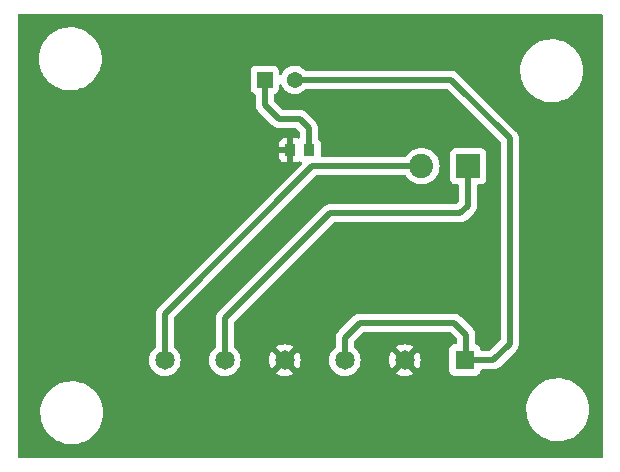
<source format=gbr>
%TF.GenerationSoftware,KiCad,Pcbnew,(6.0.9)*%
%TF.CreationDate,2022-12-05T21:09:52-07:00*%
%TF.ProjectId,Rotisserie-Chicken,526f7469-7373-4657-9269-652d43686963,rev?*%
%TF.SameCoordinates,Original*%
%TF.FileFunction,Copper,L1,Top*%
%TF.FilePolarity,Positive*%
%FSLAX46Y46*%
G04 Gerber Fmt 4.6, Leading zero omitted, Abs format (unit mm)*
G04 Created by KiCad (PCBNEW (6.0.9)) date 2022-12-05 21:09:52*
%MOMM*%
%LPD*%
G01*
G04 APERTURE LIST*
%TA.AperFunction,ComponentPad*%
%ADD10R,1.371600X1.371600*%
%TD*%
%TA.AperFunction,ComponentPad*%
%ADD11C,1.371600*%
%TD*%
%TA.AperFunction,SMDPad,CuDef*%
%ADD12R,0.940000X1.020000*%
%TD*%
%TA.AperFunction,ComponentPad*%
%ADD13R,2.050000X2.050000*%
%TD*%
%TA.AperFunction,ComponentPad*%
%ADD14C,2.050000*%
%TD*%
%TA.AperFunction,ComponentPad*%
%ADD15R,1.650000X1.650000*%
%TD*%
%TA.AperFunction,ComponentPad*%
%ADD16C,1.650000*%
%TD*%
%TA.AperFunction,ViaPad*%
%ADD17C,0.800000*%
%TD*%
%TA.AperFunction,Conductor*%
%ADD18C,0.508000*%
%TD*%
G04 APERTURE END LIST*
D10*
%TO.P,D1,1,1*%
%TO.N,Net-(D1-Pad1)*%
X97871000Y-69596000D03*
D11*
%TO.P,D1,2,2*%
%TO.N,12V*%
X100411000Y-69596000D03*
%TD*%
D12*
%TO.P,R1,1*%
%TO.N,Earth*%
X100048000Y-75565000D03*
%TO.P,R1,2*%
%TO.N,Net-(D1-Pad1)*%
X101628000Y-75565000D03*
%TD*%
D13*
%TO.P,P2,1,1*%
%TO.N,Motor+*%
X115103500Y-76907500D03*
D14*
%TO.P,P2,2,2*%
%TO.N,Motor-*%
X111143500Y-76907500D03*
%TD*%
D15*
%TO.P,P1,1,5*%
%TO.N,12V*%
X114808000Y-93336500D03*
D16*
%TO.P,P1,2,6*%
%TO.N,Earth*%
X109728000Y-93336500D03*
%TO.P,P1,3,5*%
%TO.N,12V*%
X104648000Y-93336500D03*
%TO.P,P1,4,6*%
%TO.N,Earth*%
X99568000Y-93336500D03*
%TO.P,P1,5,5*%
%TO.N,Motor+*%
X94488000Y-93336500D03*
%TO.P,P1,6,6*%
%TO.N,Motor-*%
X89408000Y-93336500D03*
%TD*%
D17*
%TO.N,Earth*%
X97409000Y-75565000D03*
%TD*%
D18*
%TO.N,Earth*%
X100048000Y-75565000D02*
X97409000Y-75565000D01*
%TO.N,Net-(D1-Pad1)*%
X100838000Y-72898000D02*
X101600000Y-73660000D01*
X97871000Y-71709000D02*
X99060000Y-72898000D01*
X101600000Y-73660000D02*
X101600000Y-75438000D01*
X97871000Y-69596000D02*
X97871000Y-71709000D01*
X99060000Y-72898000D02*
X100838000Y-72898000D01*
%TO.N,12V*%
X118618000Y-91948000D02*
X117221000Y-93345000D01*
X117221000Y-93345000D02*
X114554000Y-93345000D01*
X113665000Y-69596000D02*
X118618000Y-74549000D01*
X100411000Y-69596000D02*
X113665000Y-69596000D01*
X118618000Y-74549000D02*
X118618000Y-91948000D01*
%TO.N,Motor+*%
X114427000Y-80899000D02*
X115062000Y-80264000D01*
X94488000Y-89789000D02*
X103378000Y-80899000D01*
X103378000Y-80899000D02*
X114427000Y-80899000D01*
X115062000Y-80264000D02*
X115062000Y-77216000D01*
X94488000Y-93336500D02*
X94488000Y-89789000D01*
%TO.N,Motor-*%
X101908500Y-76907500D02*
X89408000Y-89408000D01*
X111143500Y-76907500D02*
X101908500Y-76907500D01*
X89408000Y-89408000D02*
X89408000Y-93472000D01*
%TO.N,12V*%
X104648000Y-91440000D02*
X105918000Y-90170000D01*
X114935000Y-91186000D02*
X114935000Y-93345000D01*
X113919000Y-90170000D02*
X114935000Y-91186000D01*
X104648000Y-93336500D02*
X104648000Y-91440000D01*
X105918000Y-90170000D02*
X113919000Y-90170000D01*
%TD*%
%TA.AperFunction,Conductor*%
%TO.N,Earth*%
G36*
X126433621Y-64028502D02*
G01*
X126480114Y-64082158D01*
X126491500Y-64134500D01*
X126491500Y-101473500D01*
X126471498Y-101541621D01*
X126417842Y-101588114D01*
X126365500Y-101599500D01*
X77088500Y-101599500D01*
X77020379Y-101579498D01*
X76973886Y-101525842D01*
X76962500Y-101473500D01*
X76962500Y-97836485D01*
X78870854Y-97836485D01*
X78871156Y-97840320D01*
X78894652Y-98138861D01*
X78896370Y-98160695D01*
X78961206Y-98479378D01*
X79064398Y-98787784D01*
X79204405Y-99081316D01*
X79206467Y-99084553D01*
X79206470Y-99084558D01*
X79217325Y-99101597D01*
X79379141Y-99355597D01*
X79381584Y-99358560D01*
X79381585Y-99358562D01*
X79558973Y-99573750D01*
X79586001Y-99606538D01*
X79821902Y-99830399D01*
X80083326Y-100023843D01*
X80139223Y-100055468D01*
X80363019Y-100182086D01*
X80363023Y-100182088D01*
X80366376Y-100183985D01*
X80369937Y-100185460D01*
X80369939Y-100185461D01*
X80391761Y-100194500D01*
X80666832Y-100308438D01*
X80770288Y-100337129D01*
X80976500Y-100394317D01*
X80976508Y-100394319D01*
X80980216Y-100395347D01*
X81301856Y-100443416D01*
X81305154Y-100443560D01*
X81416918Y-100448440D01*
X81416922Y-100448440D01*
X81418294Y-100448500D01*
X81616598Y-100448500D01*
X81858605Y-100433698D01*
X81862388Y-100432997D01*
X81862395Y-100432996D01*
X82062459Y-100395916D01*
X82178372Y-100374433D01*
X82387682Y-100308438D01*
X82484860Y-100277798D01*
X82484863Y-100277797D01*
X82488532Y-100276640D01*
X82492029Y-100275046D01*
X82492035Y-100275044D01*
X82780954Y-100143376D01*
X82780958Y-100143374D01*
X82784462Y-100141777D01*
X82818147Y-100121135D01*
X83058473Y-99973863D01*
X83058476Y-99973861D01*
X83061751Y-99971854D01*
X83064755Y-99969464D01*
X83064760Y-99969461D01*
X83189008Y-99870629D01*
X83316264Y-99769405D01*
X83318958Y-99766664D01*
X83318962Y-99766660D01*
X83541513Y-99540190D01*
X83541517Y-99540185D01*
X83544208Y-99537447D01*
X83742185Y-99279439D01*
X83907242Y-98999227D01*
X84036920Y-98700988D01*
X84129285Y-98389169D01*
X84182961Y-98068417D01*
X84197146Y-97743515D01*
X84184473Y-97582485D01*
X120018854Y-97582485D01*
X120019156Y-97586320D01*
X120038542Y-97832638D01*
X120044370Y-97906695D01*
X120109206Y-98225378D01*
X120212398Y-98533784D01*
X120352405Y-98827316D01*
X120527141Y-99101597D01*
X120529584Y-99104560D01*
X120529585Y-99104562D01*
X120679308Y-99286190D01*
X120734001Y-99352538D01*
X120969902Y-99576399D01*
X121231326Y-99769843D01*
X121372851Y-99849914D01*
X121511019Y-99928086D01*
X121511023Y-99928088D01*
X121514376Y-99929985D01*
X121814832Y-100054438D01*
X121918288Y-100083129D01*
X122124500Y-100140317D01*
X122124508Y-100140319D01*
X122128216Y-100141347D01*
X122449856Y-100189416D01*
X122453154Y-100189560D01*
X122564918Y-100194440D01*
X122564922Y-100194440D01*
X122566294Y-100194500D01*
X122764598Y-100194500D01*
X123006605Y-100179698D01*
X123010388Y-100178997D01*
X123010395Y-100178996D01*
X123166489Y-100150065D01*
X123326372Y-100120433D01*
X123535682Y-100054438D01*
X123632860Y-100023798D01*
X123632863Y-100023797D01*
X123636532Y-100022640D01*
X123640029Y-100021046D01*
X123640035Y-100021044D01*
X123928954Y-99889376D01*
X123928958Y-99889374D01*
X123932462Y-99887777D01*
X124022361Y-99832687D01*
X124206473Y-99719863D01*
X124206476Y-99719861D01*
X124209751Y-99717854D01*
X124212755Y-99715464D01*
X124212760Y-99715461D01*
X124353419Y-99603575D01*
X124464264Y-99515405D01*
X124466958Y-99512664D01*
X124466962Y-99512660D01*
X124689513Y-99286190D01*
X124689517Y-99286185D01*
X124692208Y-99283447D01*
X124890185Y-99025439D01*
X125055242Y-98745227D01*
X125184920Y-98446988D01*
X125277285Y-98135169D01*
X125330961Y-97814417D01*
X125345146Y-97489515D01*
X125332388Y-97327410D01*
X125319932Y-97169140D01*
X125319932Y-97169137D01*
X125319630Y-97165305D01*
X125254794Y-96846622D01*
X125151602Y-96538216D01*
X125011595Y-96244684D01*
X125000742Y-96227647D01*
X124885377Y-96046561D01*
X124836859Y-95970403D01*
X124707386Y-95813340D01*
X124632442Y-95722425D01*
X124632438Y-95722420D01*
X124629999Y-95719462D01*
X124394098Y-95495601D01*
X124132674Y-95302157D01*
X123926807Y-95185683D01*
X123852981Y-95143914D01*
X123852977Y-95143912D01*
X123849624Y-95142015D01*
X123836513Y-95136584D01*
X123623139Y-95048202D01*
X123549168Y-95017562D01*
X123445712Y-94988871D01*
X123239500Y-94931683D01*
X123239492Y-94931681D01*
X123235784Y-94930653D01*
X122914144Y-94882584D01*
X122910846Y-94882440D01*
X122799082Y-94877560D01*
X122799078Y-94877560D01*
X122797706Y-94877500D01*
X122599402Y-94877500D01*
X122357395Y-94892302D01*
X122353612Y-94893003D01*
X122353605Y-94893004D01*
X122197511Y-94921935D01*
X122037628Y-94951567D01*
X121853058Y-95009762D01*
X121731140Y-95048202D01*
X121731137Y-95048203D01*
X121727468Y-95049360D01*
X121723971Y-95050954D01*
X121723965Y-95050956D01*
X121435046Y-95182624D01*
X121435042Y-95182626D01*
X121431538Y-95184223D01*
X121428259Y-95186233D01*
X121428256Y-95186234D01*
X121234520Y-95304956D01*
X121154249Y-95354146D01*
X121151245Y-95356536D01*
X121151240Y-95356539D01*
X121099225Y-95397914D01*
X120899736Y-95556595D01*
X120897042Y-95559336D01*
X120897038Y-95559340D01*
X120674487Y-95785810D01*
X120674483Y-95785815D01*
X120671792Y-95788553D01*
X120473815Y-96046561D01*
X120308758Y-96326773D01*
X120179080Y-96625012D01*
X120086715Y-96936831D01*
X120033039Y-97257583D01*
X120018854Y-97582485D01*
X84184473Y-97582485D01*
X84184170Y-97578638D01*
X84171932Y-97423140D01*
X84171932Y-97423137D01*
X84171630Y-97419305D01*
X84106794Y-97100622D01*
X84003602Y-96792216D01*
X83863595Y-96498684D01*
X83688859Y-96224403D01*
X83686415Y-96221438D01*
X83484442Y-95976425D01*
X83484438Y-95976420D01*
X83481999Y-95973462D01*
X83246098Y-95749601D01*
X82984674Y-95556157D01*
X82779781Y-95440234D01*
X82704981Y-95397914D01*
X82704977Y-95397912D01*
X82701624Y-95396015D01*
X82401168Y-95271562D01*
X82297712Y-95242871D01*
X82091500Y-95185683D01*
X82091492Y-95185681D01*
X82087784Y-95184653D01*
X81766144Y-95136584D01*
X81762846Y-95136440D01*
X81651082Y-95131560D01*
X81651078Y-95131560D01*
X81649706Y-95131500D01*
X81451402Y-95131500D01*
X81209395Y-95146302D01*
X81205612Y-95147003D01*
X81205605Y-95147004D01*
X81049511Y-95175935D01*
X80889628Y-95205567D01*
X80705058Y-95263762D01*
X80583140Y-95302202D01*
X80583137Y-95302203D01*
X80579468Y-95303360D01*
X80575971Y-95304954D01*
X80575965Y-95304956D01*
X80287046Y-95436624D01*
X80287042Y-95436626D01*
X80283538Y-95438223D01*
X80280259Y-95440233D01*
X80280256Y-95440234D01*
X80090373Y-95556595D01*
X80006249Y-95608146D01*
X80003245Y-95610536D01*
X80003240Y-95610539D01*
X79878993Y-95709370D01*
X79751736Y-95810595D01*
X79749042Y-95813336D01*
X79749038Y-95813340D01*
X79526487Y-96039810D01*
X79526483Y-96039815D01*
X79523792Y-96042553D01*
X79325815Y-96300561D01*
X79160758Y-96580773D01*
X79031080Y-96879012D01*
X78938715Y-97190831D01*
X78885039Y-97511583D01*
X78870854Y-97836485D01*
X76962500Y-97836485D01*
X76962500Y-93336500D01*
X88069406Y-93336500D01*
X88089742Y-93568944D01*
X88150133Y-93794326D01*
X88152455Y-93799306D01*
X88152456Y-93799308D01*
X88246418Y-94000810D01*
X88246421Y-94000815D01*
X88248744Y-94005797D01*
X88251900Y-94010304D01*
X88251901Y-94010306D01*
X88352748Y-94154330D01*
X88382578Y-94196932D01*
X88547568Y-94361922D01*
X88552076Y-94365079D01*
X88552079Y-94365081D01*
X88734194Y-94492599D01*
X88738703Y-94495756D01*
X88743685Y-94498079D01*
X88743690Y-94498082D01*
X88944180Y-94591572D01*
X88950174Y-94594367D01*
X88955482Y-94595789D01*
X88955484Y-94595790D01*
X89170241Y-94653334D01*
X89170243Y-94653334D01*
X89175556Y-94654758D01*
X89408000Y-94675094D01*
X89640444Y-94654758D01*
X89645757Y-94653334D01*
X89645759Y-94653334D01*
X89860516Y-94595790D01*
X89860518Y-94595789D01*
X89865826Y-94594367D01*
X89871820Y-94591572D01*
X90072310Y-94498082D01*
X90072315Y-94498079D01*
X90077297Y-94495756D01*
X90081806Y-94492599D01*
X90263921Y-94365081D01*
X90263924Y-94365079D01*
X90268432Y-94361922D01*
X90433422Y-94196932D01*
X90463253Y-94154330D01*
X90564099Y-94010306D01*
X90564100Y-94010304D01*
X90567256Y-94005797D01*
X90569579Y-94000815D01*
X90569582Y-94000810D01*
X90663544Y-93799308D01*
X90663545Y-93799306D01*
X90665867Y-93794326D01*
X90726258Y-93568944D01*
X90746594Y-93336500D01*
X93149406Y-93336500D01*
X93169742Y-93568944D01*
X93230133Y-93794326D01*
X93232455Y-93799306D01*
X93232456Y-93799308D01*
X93326418Y-94000810D01*
X93326421Y-94000815D01*
X93328744Y-94005797D01*
X93331900Y-94010304D01*
X93331901Y-94010306D01*
X93432748Y-94154330D01*
X93462578Y-94196932D01*
X93627568Y-94361922D01*
X93632076Y-94365079D01*
X93632079Y-94365081D01*
X93814194Y-94492599D01*
X93818703Y-94495756D01*
X93823685Y-94498079D01*
X93823690Y-94498082D01*
X94024180Y-94591572D01*
X94030174Y-94594367D01*
X94035482Y-94595789D01*
X94035484Y-94595790D01*
X94250241Y-94653334D01*
X94250243Y-94653334D01*
X94255556Y-94654758D01*
X94488000Y-94675094D01*
X94720444Y-94654758D01*
X94725757Y-94653334D01*
X94725759Y-94653334D01*
X94940516Y-94595790D01*
X94940518Y-94595789D01*
X94945826Y-94594367D01*
X94951820Y-94591572D01*
X95152310Y-94498082D01*
X95152315Y-94498079D01*
X95157297Y-94495756D01*
X95161806Y-94492599D01*
X95236193Y-94440513D01*
X98828542Y-94440513D01*
X98837838Y-94452528D01*
X98894446Y-94492165D01*
X98903941Y-94497648D01*
X99105364Y-94591572D01*
X99115656Y-94595318D01*
X99330328Y-94652839D01*
X99341123Y-94654742D01*
X99562525Y-94674113D01*
X99573475Y-94674113D01*
X99794877Y-94654742D01*
X99805672Y-94652839D01*
X100020344Y-94595318D01*
X100030636Y-94591572D01*
X100232059Y-94497648D01*
X100241554Y-94492165D01*
X100299000Y-94451941D01*
X100307375Y-94441464D01*
X100300307Y-94428017D01*
X99580812Y-93708522D01*
X99566868Y-93700908D01*
X99565035Y-93701039D01*
X99558420Y-93705290D01*
X98834972Y-94428738D01*
X98828542Y-94440513D01*
X95236193Y-94440513D01*
X95343921Y-94365081D01*
X95343924Y-94365079D01*
X95348432Y-94361922D01*
X95513422Y-94196932D01*
X95543253Y-94154330D01*
X95644099Y-94010306D01*
X95644100Y-94010304D01*
X95647256Y-94005797D01*
X95649579Y-94000815D01*
X95649582Y-94000810D01*
X95743544Y-93799308D01*
X95743545Y-93799306D01*
X95745867Y-93794326D01*
X95806258Y-93568944D01*
X95826115Y-93341975D01*
X98230387Y-93341975D01*
X98249758Y-93563377D01*
X98251661Y-93574172D01*
X98309182Y-93788844D01*
X98312928Y-93799136D01*
X98406852Y-94000559D01*
X98412335Y-94010054D01*
X98452559Y-94067500D01*
X98463036Y-94075875D01*
X98476483Y-94068807D01*
X99195978Y-93349312D01*
X99202356Y-93337632D01*
X99932408Y-93337632D01*
X99932539Y-93339465D01*
X99936790Y-93346080D01*
X100660238Y-94069528D01*
X100672013Y-94075958D01*
X100684028Y-94066662D01*
X100723665Y-94010054D01*
X100729148Y-94000559D01*
X100823072Y-93799136D01*
X100826818Y-93788844D01*
X100884339Y-93574172D01*
X100886242Y-93563377D01*
X100905613Y-93341975D01*
X100905613Y-93331025D01*
X100886242Y-93109623D01*
X100884339Y-93098828D01*
X100826818Y-92884156D01*
X100823072Y-92873864D01*
X100729148Y-92672441D01*
X100723665Y-92662946D01*
X100683441Y-92605500D01*
X100672964Y-92597125D01*
X100659517Y-92604193D01*
X99940022Y-93323688D01*
X99932408Y-93337632D01*
X99202356Y-93337632D01*
X99203592Y-93335368D01*
X99203461Y-93333535D01*
X99199210Y-93326920D01*
X98475762Y-92603472D01*
X98463987Y-92597042D01*
X98451972Y-92606338D01*
X98412335Y-92662946D01*
X98406852Y-92672441D01*
X98312928Y-92873864D01*
X98309182Y-92884156D01*
X98251661Y-93098828D01*
X98249758Y-93109623D01*
X98230387Y-93331025D01*
X98230387Y-93341975D01*
X95826115Y-93341975D01*
X95826594Y-93336500D01*
X95806258Y-93104056D01*
X95745867Y-92878674D01*
X95649699Y-92672441D01*
X95649582Y-92672190D01*
X95649579Y-92672185D01*
X95647256Y-92667203D01*
X95598129Y-92597042D01*
X95516581Y-92480579D01*
X95516579Y-92480576D01*
X95513422Y-92476068D01*
X95348432Y-92311078D01*
X95343922Y-92307920D01*
X95343916Y-92307915D01*
X95304230Y-92280127D01*
X95265389Y-92231536D01*
X98828625Y-92231536D01*
X98835693Y-92244983D01*
X99555188Y-92964478D01*
X99569132Y-92972092D01*
X99570965Y-92971961D01*
X99577580Y-92967710D01*
X100301028Y-92244262D01*
X100307458Y-92232487D01*
X100298162Y-92220472D01*
X100241554Y-92180835D01*
X100232059Y-92175352D01*
X100030636Y-92081428D01*
X100020344Y-92077682D01*
X99805672Y-92020161D01*
X99794877Y-92018258D01*
X99573475Y-91998887D01*
X99562525Y-91998887D01*
X99341123Y-92018258D01*
X99330328Y-92020161D01*
X99115656Y-92077682D01*
X99105364Y-92081428D01*
X98903941Y-92175352D01*
X98894446Y-92180835D01*
X98837000Y-92221059D01*
X98828625Y-92231536D01*
X95265389Y-92231536D01*
X95259901Y-92224670D01*
X95250500Y-92176914D01*
X95250500Y-90157028D01*
X95270502Y-90088907D01*
X95287405Y-90067933D01*
X103656933Y-81698405D01*
X103719245Y-81664379D01*
X103746028Y-81661500D01*
X114359624Y-81661500D01*
X114378574Y-81662933D01*
X114392973Y-81665124D01*
X114392979Y-81665124D01*
X114400208Y-81666224D01*
X114407500Y-81665631D01*
X114407503Y-81665631D01*
X114453183Y-81661915D01*
X114463398Y-81661500D01*
X114471525Y-81661500D01*
X114475161Y-81661076D01*
X114475163Y-81661076D01*
X114478615Y-81660673D01*
X114499924Y-81658189D01*
X114504244Y-81657762D01*
X114577426Y-81651809D01*
X114584388Y-81649553D01*
X114590376Y-81648357D01*
X114596333Y-81646949D01*
X114603607Y-81646101D01*
X114610489Y-81643603D01*
X114610493Y-81643602D01*
X114672607Y-81621055D01*
X114676711Y-81619645D01*
X114746575Y-81597013D01*
X114752838Y-81593213D01*
X114758380Y-81590675D01*
X114763856Y-81587933D01*
X114770741Y-81585434D01*
X114832132Y-81545185D01*
X114835800Y-81542870D01*
X114898581Y-81504773D01*
X114902786Y-81501059D01*
X114902789Y-81501057D01*
X114907005Y-81497333D01*
X114907031Y-81497362D01*
X114909962Y-81494762D01*
X114913316Y-81491958D01*
X114919435Y-81487946D01*
X114972989Y-81431413D01*
X114975366Y-81428972D01*
X115553528Y-80850810D01*
X115567941Y-80838423D01*
X115579665Y-80829795D01*
X115585564Y-80825454D01*
X115619979Y-80784945D01*
X115626909Y-80777429D01*
X115632653Y-80771685D01*
X115634927Y-80768811D01*
X115634933Y-80768804D01*
X115650372Y-80749289D01*
X115653163Y-80745885D01*
X115695945Y-80695528D01*
X115695948Y-80695524D01*
X115700684Y-80689949D01*
X115704012Y-80683432D01*
X115707389Y-80678368D01*
X115710616Y-80673144D01*
X115715160Y-80667400D01*
X115746242Y-80600896D01*
X115748147Y-80596999D01*
X115781543Y-80531596D01*
X115783284Y-80524482D01*
X115785416Y-80518748D01*
X115787344Y-80512952D01*
X115790444Y-80506320D01*
X115805395Y-80434440D01*
X115806365Y-80430156D01*
X115823804Y-80358888D01*
X115824500Y-80347670D01*
X115824537Y-80347672D01*
X115824773Y-80343773D01*
X115825163Y-80339402D01*
X115826652Y-80332243D01*
X115824546Y-80254423D01*
X115824500Y-80251014D01*
X115824500Y-78567000D01*
X115844502Y-78498879D01*
X115898158Y-78452386D01*
X115950500Y-78441000D01*
X116176634Y-78441000D01*
X116238816Y-78434245D01*
X116375205Y-78383115D01*
X116491761Y-78295761D01*
X116579115Y-78179205D01*
X116630245Y-78042816D01*
X116637000Y-77980634D01*
X116637000Y-75834366D01*
X116630245Y-75772184D01*
X116579115Y-75635795D01*
X116491761Y-75519239D01*
X116375205Y-75431885D01*
X116238816Y-75380755D01*
X116176634Y-75374000D01*
X114030366Y-75374000D01*
X113968184Y-75380755D01*
X113831795Y-75431885D01*
X113715239Y-75519239D01*
X113627885Y-75635795D01*
X113576755Y-75772184D01*
X113570000Y-75834366D01*
X113570000Y-77980634D01*
X113576755Y-78042816D01*
X113627885Y-78179205D01*
X113715239Y-78295761D01*
X113831795Y-78383115D01*
X113968184Y-78434245D01*
X114030366Y-78441000D01*
X114173500Y-78441000D01*
X114241621Y-78461002D01*
X114288114Y-78514658D01*
X114299500Y-78567000D01*
X114299500Y-79895972D01*
X114279498Y-79964093D01*
X114262595Y-79985067D01*
X114148067Y-80099595D01*
X114085755Y-80133621D01*
X114058972Y-80136500D01*
X103445376Y-80136500D01*
X103426426Y-80135067D01*
X103412027Y-80132876D01*
X103412023Y-80132876D01*
X103404793Y-80131776D01*
X103397501Y-80132369D01*
X103397498Y-80132369D01*
X103351814Y-80136085D01*
X103341600Y-80136500D01*
X103333475Y-80136500D01*
X103329840Y-80136924D01*
X103329837Y-80136924D01*
X103311911Y-80139014D01*
X103305110Y-80139807D01*
X103300739Y-80140240D01*
X103227574Y-80146190D01*
X103220617Y-80148444D01*
X103214663Y-80149633D01*
X103208665Y-80151051D01*
X103201393Y-80151899D01*
X103132383Y-80176948D01*
X103128270Y-80178360D01*
X103093816Y-80189522D01*
X103065386Y-80198732D01*
X103065384Y-80198733D01*
X103058426Y-80200987D01*
X103052170Y-80204783D01*
X103046601Y-80207333D01*
X103041137Y-80210070D01*
X103034259Y-80212566D01*
X102972838Y-80252836D01*
X102969175Y-80255146D01*
X102906419Y-80293227D01*
X102897995Y-80300667D01*
X102897969Y-80300638D01*
X102895038Y-80303238D01*
X102891684Y-80306042D01*
X102885565Y-80310054D01*
X102880533Y-80315366D01*
X102832012Y-80366586D01*
X102829634Y-80369028D01*
X93996472Y-89202190D01*
X93982059Y-89214577D01*
X93964436Y-89227546D01*
X93959692Y-89233129D01*
X93959693Y-89233129D01*
X93930021Y-89268055D01*
X93923091Y-89275571D01*
X93917347Y-89281315D01*
X93915073Y-89284189D01*
X93915067Y-89284196D01*
X93899628Y-89303711D01*
X93896837Y-89307115D01*
X93854055Y-89357472D01*
X93854052Y-89357476D01*
X93849316Y-89363051D01*
X93845988Y-89369568D01*
X93842611Y-89374632D01*
X93839384Y-89379856D01*
X93834840Y-89385600D01*
X93831741Y-89392231D01*
X93803768Y-89452082D01*
X93801837Y-89456033D01*
X93768457Y-89521404D01*
X93766716Y-89528519D01*
X93764579Y-89534265D01*
X93762655Y-89540048D01*
X93759556Y-89546679D01*
X93746654Y-89608712D01*
X93744608Y-89618547D01*
X93743639Y-89622829D01*
X93726196Y-89694112D01*
X93725500Y-89705330D01*
X93725461Y-89705328D01*
X93725228Y-89709229D01*
X93724839Y-89713588D01*
X93723348Y-89720756D01*
X93723546Y-89728073D01*
X93725454Y-89798577D01*
X93725500Y-89801986D01*
X93725500Y-92176914D01*
X93705498Y-92245035D01*
X93671770Y-92280127D01*
X93632084Y-92307915D01*
X93632078Y-92307920D01*
X93627568Y-92311078D01*
X93462578Y-92476068D01*
X93459421Y-92480576D01*
X93459419Y-92480579D01*
X93377871Y-92597042D01*
X93328744Y-92667203D01*
X93326421Y-92672185D01*
X93326418Y-92672190D01*
X93326301Y-92672441D01*
X93230133Y-92878674D01*
X93169742Y-93104056D01*
X93149406Y-93336500D01*
X90746594Y-93336500D01*
X90726258Y-93104056D01*
X90665867Y-92878674D01*
X90569699Y-92672441D01*
X90569582Y-92672190D01*
X90569579Y-92672185D01*
X90567256Y-92667203D01*
X90518129Y-92597042D01*
X90436581Y-92480579D01*
X90436579Y-92480576D01*
X90433422Y-92476068D01*
X90268432Y-92311078D01*
X90263922Y-92307920D01*
X90263916Y-92307915D01*
X90224230Y-92280127D01*
X90179901Y-92224670D01*
X90170500Y-92176914D01*
X90170500Y-89776028D01*
X90190502Y-89707907D01*
X90207405Y-89686933D01*
X102187433Y-77706905D01*
X102249745Y-77672879D01*
X102276528Y-77670000D01*
X109741665Y-77670000D01*
X109809786Y-77690002D01*
X109849098Y-77730165D01*
X109896453Y-77807442D01*
X109896457Y-77807448D01*
X109899036Y-77811656D01*
X110055799Y-77995201D01*
X110239344Y-78151964D01*
X110445153Y-78278084D01*
X110449723Y-78279977D01*
X110449727Y-78279979D01*
X110663584Y-78368561D01*
X110668157Y-78370455D01*
X110750539Y-78390233D01*
X110898053Y-78425649D01*
X110898059Y-78425650D01*
X110902866Y-78426804D01*
X111143500Y-78445742D01*
X111384134Y-78426804D01*
X111388941Y-78425650D01*
X111388947Y-78425649D01*
X111536461Y-78390233D01*
X111618843Y-78370455D01*
X111623416Y-78368561D01*
X111837273Y-78279979D01*
X111837277Y-78279977D01*
X111841847Y-78278084D01*
X112047656Y-78151964D01*
X112231201Y-77995201D01*
X112387964Y-77811656D01*
X112514084Y-77605847D01*
X112606455Y-77382843D01*
X112626233Y-77300461D01*
X112661649Y-77152947D01*
X112661650Y-77152941D01*
X112662804Y-77148134D01*
X112681742Y-76907500D01*
X112662804Y-76666866D01*
X112661650Y-76662059D01*
X112661649Y-76662053D01*
X112623153Y-76501707D01*
X112606455Y-76432157D01*
X112563581Y-76328649D01*
X112515979Y-76213727D01*
X112515977Y-76213723D01*
X112514084Y-76209153D01*
X112387964Y-76003344D01*
X112231201Y-75819799D01*
X112047656Y-75663036D01*
X111841847Y-75536916D01*
X111837277Y-75535023D01*
X111837273Y-75535021D01*
X111623416Y-75446439D01*
X111623414Y-75446438D01*
X111618843Y-75444545D01*
X111536461Y-75424767D01*
X111388947Y-75389351D01*
X111388941Y-75389350D01*
X111384134Y-75388196D01*
X111143500Y-75369258D01*
X110902866Y-75388196D01*
X110898059Y-75389350D01*
X110898053Y-75389351D01*
X110750539Y-75424767D01*
X110668157Y-75444545D01*
X110663586Y-75446438D01*
X110663584Y-75446439D01*
X110449727Y-75535021D01*
X110449723Y-75535023D01*
X110445153Y-75536916D01*
X110239344Y-75663036D01*
X110055799Y-75819799D01*
X109899036Y-76003344D01*
X109896457Y-76007552D01*
X109896453Y-76007558D01*
X109849098Y-76084835D01*
X109796450Y-76132466D01*
X109741665Y-76145000D01*
X102732500Y-76145000D01*
X102664379Y-76124998D01*
X102617886Y-76071342D01*
X102606500Y-76019000D01*
X102606500Y-75006866D01*
X102599745Y-74944684D01*
X102548615Y-74808295D01*
X102461261Y-74691739D01*
X102412933Y-74655519D01*
X102370420Y-74598662D01*
X102362500Y-74554695D01*
X102362500Y-73727376D01*
X102363933Y-73708426D01*
X102366124Y-73694027D01*
X102366124Y-73694021D01*
X102367224Y-73686792D01*
X102365261Y-73662652D01*
X102362915Y-73633817D01*
X102362500Y-73623602D01*
X102362500Y-73615475D01*
X102359189Y-73587076D01*
X102358760Y-73582736D01*
X102358720Y-73582235D01*
X102352809Y-73509574D01*
X102350553Y-73502612D01*
X102349357Y-73496624D01*
X102347949Y-73490667D01*
X102347101Y-73483393D01*
X102344603Y-73476511D01*
X102344602Y-73476507D01*
X102322055Y-73414393D01*
X102320645Y-73410289D01*
X102298013Y-73340425D01*
X102294213Y-73334162D01*
X102291675Y-73328620D01*
X102288933Y-73323144D01*
X102286434Y-73316259D01*
X102246185Y-73254868D01*
X102243870Y-73251200D01*
X102205773Y-73188419D01*
X102198333Y-73179995D01*
X102198362Y-73179969D01*
X102195762Y-73177038D01*
X102192958Y-73173684D01*
X102188946Y-73167565D01*
X102132413Y-73114011D01*
X102129972Y-73111634D01*
X101424810Y-72406472D01*
X101412423Y-72392059D01*
X101403795Y-72380335D01*
X101399454Y-72374436D01*
X101358945Y-72340021D01*
X101351429Y-72333091D01*
X101345685Y-72327347D01*
X101342811Y-72325073D01*
X101342804Y-72325067D01*
X101323289Y-72309628D01*
X101319885Y-72306837D01*
X101269528Y-72264055D01*
X101269524Y-72264052D01*
X101263949Y-72259316D01*
X101257432Y-72255988D01*
X101252368Y-72252611D01*
X101247144Y-72249384D01*
X101241400Y-72244840D01*
X101215109Y-72232552D01*
X101174918Y-72213768D01*
X101170967Y-72211837D01*
X101112117Y-72181787D01*
X101105596Y-72178457D01*
X101098481Y-72176716D01*
X101092735Y-72174579D01*
X101086952Y-72172655D01*
X101080321Y-72169556D01*
X101008443Y-72154606D01*
X101004171Y-72153639D01*
X100932888Y-72136196D01*
X100927289Y-72135849D01*
X100927285Y-72135848D01*
X100921670Y-72135500D01*
X100921672Y-72135461D01*
X100917771Y-72135228D01*
X100913412Y-72134839D01*
X100906244Y-72133348D01*
X100898927Y-72133546D01*
X100828423Y-72135454D01*
X100825014Y-72135500D01*
X99428028Y-72135500D01*
X99359907Y-72115498D01*
X99338933Y-72098595D01*
X98670405Y-71430067D01*
X98636379Y-71367755D01*
X98633500Y-71340972D01*
X98633500Y-70883475D01*
X98653502Y-70815354D01*
X98707158Y-70768861D01*
X98715270Y-70765493D01*
X98795097Y-70735567D01*
X98803505Y-70732415D01*
X98920061Y-70645061D01*
X99007415Y-70528505D01*
X99058545Y-70392116D01*
X99065300Y-70329934D01*
X99065300Y-70104102D01*
X99085302Y-70035981D01*
X99138958Y-69989488D01*
X99209232Y-69979384D01*
X99273812Y-70008878D01*
X99305726Y-70051351D01*
X99372275Y-70195708D01*
X99375606Y-70200421D01*
X99375607Y-70200423D01*
X99491458Y-70364347D01*
X99498957Y-70374958D01*
X99528698Y-70403930D01*
X99603073Y-70476383D01*
X99656183Y-70528121D01*
X99660979Y-70531326D01*
X99660982Y-70531328D01*
X99667512Y-70535691D01*
X99838688Y-70650067D01*
X99843991Y-70652345D01*
X99843994Y-70652347D01*
X99935640Y-70691721D01*
X100040360Y-70736712D01*
X100254445Y-70785155D01*
X100260216Y-70785382D01*
X100260218Y-70785382D01*
X100333634Y-70788266D01*
X100473773Y-70793772D01*
X100565442Y-70780481D01*
X100685284Y-70763105D01*
X100685289Y-70763104D01*
X100690998Y-70762276D01*
X100696462Y-70760421D01*
X100696467Y-70760420D01*
X100893378Y-70693577D01*
X100898846Y-70691721D01*
X101090357Y-70584470D01*
X101259115Y-70444115D01*
X101292537Y-70403929D01*
X101351474Y-70364347D01*
X101389410Y-70358500D01*
X113296972Y-70358500D01*
X113365093Y-70378502D01*
X113386067Y-70395405D01*
X117818595Y-74827933D01*
X117852621Y-74890245D01*
X117855500Y-74917028D01*
X117855500Y-91579972D01*
X117835498Y-91648093D01*
X117818595Y-91669067D01*
X116942067Y-92545595D01*
X116879755Y-92579621D01*
X116852972Y-92582500D01*
X116267128Y-92582500D01*
X116199007Y-92562498D01*
X116152514Y-92508842D01*
X116141500Y-92464075D01*
X116141500Y-92463366D01*
X116134745Y-92401184D01*
X116083615Y-92264795D01*
X115996261Y-92148239D01*
X115879705Y-92060885D01*
X115871296Y-92057733D01*
X115871295Y-92057732D01*
X115779271Y-92023234D01*
X115722506Y-91980593D01*
X115697806Y-91914031D01*
X115697500Y-91905252D01*
X115697500Y-91253376D01*
X115698933Y-91234426D01*
X115701124Y-91220027D01*
X115701124Y-91220021D01*
X115702224Y-91212792D01*
X115701578Y-91204843D01*
X115697915Y-91159817D01*
X115697500Y-91149602D01*
X115697500Y-91141475D01*
X115694189Y-91113076D01*
X115693760Y-91108736D01*
X115693622Y-91107033D01*
X115687809Y-91035574D01*
X115685553Y-91028612D01*
X115684357Y-91022624D01*
X115682949Y-91016667D01*
X115682101Y-91009393D01*
X115679603Y-91002511D01*
X115679602Y-91002507D01*
X115657055Y-90940393D01*
X115655645Y-90936289D01*
X115633013Y-90866425D01*
X115629213Y-90860162D01*
X115626675Y-90854620D01*
X115623933Y-90849144D01*
X115621434Y-90842259D01*
X115581185Y-90780868D01*
X115578870Y-90777200D01*
X115540773Y-90714419D01*
X115533333Y-90705995D01*
X115533362Y-90705969D01*
X115530762Y-90703038D01*
X115527958Y-90699684D01*
X115523946Y-90693565D01*
X115467413Y-90640011D01*
X115464972Y-90637634D01*
X114505810Y-89678472D01*
X114493423Y-89664059D01*
X114484795Y-89652335D01*
X114480454Y-89646436D01*
X114439945Y-89612021D01*
X114432429Y-89605091D01*
X114426685Y-89599347D01*
X114423811Y-89597073D01*
X114423804Y-89597067D01*
X114404289Y-89581628D01*
X114400885Y-89578837D01*
X114350528Y-89536055D01*
X114350524Y-89536052D01*
X114344949Y-89531316D01*
X114338432Y-89527988D01*
X114333368Y-89524611D01*
X114328144Y-89521384D01*
X114322400Y-89516840D01*
X114259797Y-89487581D01*
X114255918Y-89485768D01*
X114251967Y-89483837D01*
X114193117Y-89453787D01*
X114186596Y-89450457D01*
X114179481Y-89448716D01*
X114173735Y-89446579D01*
X114167952Y-89444655D01*
X114161321Y-89441556D01*
X114089443Y-89426606D01*
X114085171Y-89425639D01*
X114013888Y-89408196D01*
X114008289Y-89407849D01*
X114008285Y-89407848D01*
X114002670Y-89407500D01*
X114002672Y-89407461D01*
X113998771Y-89407228D01*
X113994412Y-89406839D01*
X113987244Y-89405348D01*
X113979927Y-89405546D01*
X113909423Y-89407454D01*
X113906014Y-89407500D01*
X105985368Y-89407500D01*
X105966420Y-89406067D01*
X105959033Y-89404943D01*
X105952024Y-89403877D01*
X105952022Y-89403877D01*
X105944792Y-89402777D01*
X105937500Y-89403370D01*
X105937497Y-89403370D01*
X105891825Y-89407085D01*
X105881611Y-89407500D01*
X105873475Y-89407500D01*
X105869840Y-89407924D01*
X105869837Y-89407924D01*
X105856065Y-89409530D01*
X105845084Y-89410810D01*
X105840713Y-89411243D01*
X105829701Y-89412138D01*
X105774872Y-89416597D01*
X105774869Y-89416598D01*
X105767573Y-89417191D01*
X105760609Y-89419447D01*
X105754614Y-89420645D01*
X105748664Y-89422051D01*
X105741393Y-89422899D01*
X105672398Y-89447943D01*
X105668252Y-89449366D01*
X105605388Y-89469731D01*
X105605386Y-89469732D01*
X105598425Y-89471987D01*
X105592170Y-89475783D01*
X105586633Y-89478318D01*
X105581142Y-89481068D01*
X105574259Y-89483566D01*
X105568135Y-89487581D01*
X105512868Y-89523815D01*
X105509200Y-89526130D01*
X105446419Y-89564227D01*
X105442212Y-89567943D01*
X105442208Y-89567946D01*
X105437995Y-89571668D01*
X105437969Y-89571638D01*
X105435041Y-89574236D01*
X105431687Y-89577040D01*
X105425565Y-89581054D01*
X105420532Y-89586367D01*
X105371995Y-89637604D01*
X105369617Y-89640046D01*
X104156472Y-90853190D01*
X104142059Y-90865577D01*
X104124436Y-90878546D01*
X104119692Y-90884129D01*
X104119693Y-90884129D01*
X104090021Y-90919055D01*
X104083091Y-90926571D01*
X104077347Y-90932315D01*
X104075073Y-90935189D01*
X104075067Y-90935196D01*
X104059628Y-90954711D01*
X104056837Y-90958115D01*
X104014055Y-91008472D01*
X104014052Y-91008476D01*
X104009316Y-91014051D01*
X104005988Y-91020568D01*
X104002611Y-91025632D01*
X103999384Y-91030856D01*
X103994840Y-91036600D01*
X103991741Y-91043231D01*
X103963768Y-91103082D01*
X103961837Y-91107033D01*
X103946108Y-91137837D01*
X103928457Y-91172404D01*
X103926716Y-91179519D01*
X103924579Y-91185265D01*
X103922655Y-91191048D01*
X103919556Y-91197679D01*
X103918066Y-91204843D01*
X103904608Y-91269547D01*
X103903639Y-91273829D01*
X103886196Y-91345112D01*
X103885500Y-91356330D01*
X103885461Y-91356328D01*
X103885228Y-91360229D01*
X103884839Y-91364588D01*
X103883348Y-91371756D01*
X103883546Y-91379073D01*
X103885454Y-91449577D01*
X103885500Y-91452986D01*
X103885500Y-92176914D01*
X103865498Y-92245035D01*
X103831770Y-92280127D01*
X103792084Y-92307915D01*
X103792078Y-92307920D01*
X103787568Y-92311078D01*
X103622578Y-92476068D01*
X103619421Y-92480576D01*
X103619419Y-92480579D01*
X103537871Y-92597042D01*
X103488744Y-92667203D01*
X103486421Y-92672185D01*
X103486418Y-92672190D01*
X103486301Y-92672441D01*
X103390133Y-92878674D01*
X103329742Y-93104056D01*
X103309406Y-93336500D01*
X103329742Y-93568944D01*
X103390133Y-93794326D01*
X103392455Y-93799306D01*
X103392456Y-93799308D01*
X103486418Y-94000810D01*
X103486421Y-94000815D01*
X103488744Y-94005797D01*
X103491900Y-94010304D01*
X103491901Y-94010306D01*
X103592748Y-94154330D01*
X103622578Y-94196932D01*
X103787568Y-94361922D01*
X103792076Y-94365079D01*
X103792079Y-94365081D01*
X103974194Y-94492599D01*
X103978703Y-94495756D01*
X103983685Y-94498079D01*
X103983690Y-94498082D01*
X104184180Y-94591572D01*
X104190174Y-94594367D01*
X104195482Y-94595789D01*
X104195484Y-94595790D01*
X104410241Y-94653334D01*
X104410243Y-94653334D01*
X104415556Y-94654758D01*
X104648000Y-94675094D01*
X104880444Y-94654758D01*
X104885757Y-94653334D01*
X104885759Y-94653334D01*
X105100516Y-94595790D01*
X105100518Y-94595789D01*
X105105826Y-94594367D01*
X105111820Y-94591572D01*
X105312310Y-94498082D01*
X105312315Y-94498079D01*
X105317297Y-94495756D01*
X105321806Y-94492599D01*
X105396193Y-94440513D01*
X108988542Y-94440513D01*
X108997838Y-94452528D01*
X109054446Y-94492165D01*
X109063941Y-94497648D01*
X109265364Y-94591572D01*
X109275656Y-94595318D01*
X109490328Y-94652839D01*
X109501123Y-94654742D01*
X109722525Y-94674113D01*
X109733475Y-94674113D01*
X109954877Y-94654742D01*
X109965672Y-94652839D01*
X110180344Y-94595318D01*
X110190636Y-94591572D01*
X110392059Y-94497648D01*
X110401554Y-94492165D01*
X110459000Y-94451941D01*
X110467375Y-94441464D01*
X110460307Y-94428017D01*
X109740812Y-93708522D01*
X109726868Y-93700908D01*
X109725035Y-93701039D01*
X109718420Y-93705290D01*
X108994972Y-94428738D01*
X108988542Y-94440513D01*
X105396193Y-94440513D01*
X105503921Y-94365081D01*
X105503924Y-94365079D01*
X105508432Y-94361922D01*
X105673422Y-94196932D01*
X105703253Y-94154330D01*
X105804099Y-94010306D01*
X105804100Y-94010304D01*
X105807256Y-94005797D01*
X105809579Y-94000815D01*
X105809582Y-94000810D01*
X105903544Y-93799308D01*
X105903545Y-93799306D01*
X105905867Y-93794326D01*
X105966258Y-93568944D01*
X105986115Y-93341975D01*
X108390387Y-93341975D01*
X108409758Y-93563377D01*
X108411661Y-93574172D01*
X108469182Y-93788844D01*
X108472928Y-93799136D01*
X108566852Y-94000559D01*
X108572335Y-94010054D01*
X108612559Y-94067500D01*
X108623036Y-94075875D01*
X108636483Y-94068807D01*
X109355978Y-93349312D01*
X109362356Y-93337632D01*
X110092408Y-93337632D01*
X110092539Y-93339465D01*
X110096790Y-93346080D01*
X110820238Y-94069528D01*
X110832013Y-94075958D01*
X110844028Y-94066662D01*
X110883665Y-94010054D01*
X110889148Y-94000559D01*
X110983072Y-93799136D01*
X110986818Y-93788844D01*
X111044339Y-93574172D01*
X111046242Y-93563377D01*
X111065613Y-93341975D01*
X111065613Y-93331025D01*
X111046242Y-93109623D01*
X111044339Y-93098828D01*
X110986818Y-92884156D01*
X110983072Y-92873864D01*
X110889148Y-92672441D01*
X110883665Y-92662946D01*
X110843441Y-92605500D01*
X110832964Y-92597125D01*
X110819517Y-92604193D01*
X110100022Y-93323688D01*
X110092408Y-93337632D01*
X109362356Y-93337632D01*
X109363592Y-93335368D01*
X109363461Y-93333535D01*
X109359210Y-93326920D01*
X108635762Y-92603472D01*
X108623987Y-92597042D01*
X108611972Y-92606338D01*
X108572335Y-92662946D01*
X108566852Y-92672441D01*
X108472928Y-92873864D01*
X108469182Y-92884156D01*
X108411661Y-93098828D01*
X108409758Y-93109623D01*
X108390387Y-93331025D01*
X108390387Y-93341975D01*
X105986115Y-93341975D01*
X105986594Y-93336500D01*
X105966258Y-93104056D01*
X105905867Y-92878674D01*
X105809699Y-92672441D01*
X105809582Y-92672190D01*
X105809579Y-92672185D01*
X105807256Y-92667203D01*
X105758129Y-92597042D01*
X105676581Y-92480579D01*
X105676579Y-92480576D01*
X105673422Y-92476068D01*
X105508432Y-92311078D01*
X105503922Y-92307920D01*
X105503916Y-92307915D01*
X105464230Y-92280127D01*
X105425389Y-92231536D01*
X108988625Y-92231536D01*
X108995693Y-92244983D01*
X109715188Y-92964478D01*
X109729132Y-92972092D01*
X109730965Y-92971961D01*
X109737580Y-92967710D01*
X110461028Y-92244262D01*
X110467458Y-92232487D01*
X110458162Y-92220472D01*
X110401554Y-92180835D01*
X110392059Y-92175352D01*
X110190636Y-92081428D01*
X110180344Y-92077682D01*
X109965672Y-92020161D01*
X109954877Y-92018258D01*
X109733475Y-91998887D01*
X109722525Y-91998887D01*
X109501123Y-92018258D01*
X109490328Y-92020161D01*
X109275656Y-92077682D01*
X109265364Y-92081428D01*
X109063941Y-92175352D01*
X109054446Y-92180835D01*
X108997000Y-92221059D01*
X108988625Y-92231536D01*
X105425389Y-92231536D01*
X105419901Y-92224670D01*
X105410500Y-92176914D01*
X105410500Y-91808028D01*
X105430502Y-91739907D01*
X105447405Y-91718933D01*
X106196933Y-90969405D01*
X106259245Y-90935379D01*
X106286028Y-90932500D01*
X113550972Y-90932500D01*
X113619093Y-90952502D01*
X113640067Y-90969405D01*
X114135595Y-91464933D01*
X114169621Y-91527245D01*
X114172500Y-91554028D01*
X114172500Y-91877000D01*
X114152498Y-91945121D01*
X114098842Y-91991614D01*
X114046500Y-92003000D01*
X113934866Y-92003000D01*
X113872684Y-92009755D01*
X113736295Y-92060885D01*
X113619739Y-92148239D01*
X113532385Y-92264795D01*
X113481255Y-92401184D01*
X113474500Y-92463366D01*
X113474500Y-94209634D01*
X113481255Y-94271816D01*
X113532385Y-94408205D01*
X113619739Y-94524761D01*
X113736295Y-94612115D01*
X113872684Y-94663245D01*
X113934866Y-94670000D01*
X115681134Y-94670000D01*
X115743316Y-94663245D01*
X115879705Y-94612115D01*
X115996261Y-94524761D01*
X116083615Y-94408205D01*
X116134745Y-94271816D01*
X116140386Y-94219891D01*
X116167628Y-94154330D01*
X116225992Y-94113904D01*
X116265649Y-94107500D01*
X117153624Y-94107500D01*
X117172574Y-94108933D01*
X117186973Y-94111124D01*
X117186979Y-94111124D01*
X117194208Y-94112224D01*
X117201500Y-94111631D01*
X117201503Y-94111631D01*
X117247183Y-94107915D01*
X117257398Y-94107500D01*
X117265525Y-94107500D01*
X117269161Y-94107076D01*
X117269163Y-94107076D01*
X117272615Y-94106673D01*
X117293924Y-94104189D01*
X117298244Y-94103762D01*
X117371426Y-94097809D01*
X117378388Y-94095553D01*
X117384376Y-94094357D01*
X117390333Y-94092949D01*
X117397607Y-94092101D01*
X117404489Y-94089603D01*
X117404493Y-94089602D01*
X117466607Y-94067055D01*
X117470711Y-94065645D01*
X117540575Y-94043013D01*
X117546838Y-94039213D01*
X117552380Y-94036675D01*
X117557856Y-94033933D01*
X117564741Y-94031434D01*
X117597351Y-94010054D01*
X117626132Y-93991185D01*
X117629800Y-93988870D01*
X117692581Y-93950773D01*
X117696786Y-93947059D01*
X117696789Y-93947057D01*
X117701005Y-93943333D01*
X117701031Y-93943362D01*
X117703962Y-93940762D01*
X117707316Y-93937958D01*
X117713435Y-93933946D01*
X117766989Y-93877413D01*
X117769366Y-93874972D01*
X119109528Y-92534810D01*
X119123941Y-92522423D01*
X119135665Y-92513795D01*
X119141564Y-92509454D01*
X119175979Y-92468945D01*
X119182909Y-92461429D01*
X119188653Y-92455685D01*
X119190927Y-92452811D01*
X119190933Y-92452804D01*
X119206372Y-92433289D01*
X119209163Y-92429885D01*
X119251945Y-92379528D01*
X119251948Y-92379524D01*
X119256684Y-92373949D01*
X119260011Y-92367434D01*
X119263392Y-92362364D01*
X119266617Y-92357142D01*
X119271160Y-92351400D01*
X119302246Y-92284888D01*
X119304152Y-92280988D01*
X119316090Y-92257609D01*
X119337543Y-92215596D01*
X119339284Y-92208479D01*
X119341411Y-92202761D01*
X119343342Y-92196955D01*
X119346443Y-92190321D01*
X119348417Y-92180835D01*
X119361389Y-92118469D01*
X119362359Y-92114181D01*
X119370374Y-92081428D01*
X119379804Y-92042888D01*
X119380500Y-92031670D01*
X119380539Y-92031672D01*
X119380772Y-92027771D01*
X119381161Y-92023412D01*
X119382652Y-92016244D01*
X119380546Y-91938423D01*
X119380500Y-91935014D01*
X119380500Y-74616376D01*
X119381933Y-74597426D01*
X119384124Y-74583027D01*
X119384124Y-74583021D01*
X119385224Y-74575792D01*
X119383657Y-74556521D01*
X119380915Y-74522817D01*
X119380500Y-74512602D01*
X119380500Y-74504475D01*
X119377189Y-74476076D01*
X119376760Y-74471736D01*
X119375026Y-74450410D01*
X119370809Y-74398574D01*
X119368553Y-74391612D01*
X119367357Y-74385624D01*
X119365949Y-74379667D01*
X119365101Y-74372393D01*
X119362603Y-74365511D01*
X119362602Y-74365507D01*
X119340055Y-74303393D01*
X119338645Y-74299289D01*
X119316013Y-74229425D01*
X119312213Y-74223162D01*
X119309675Y-74217620D01*
X119306933Y-74212144D01*
X119304434Y-74205259D01*
X119264185Y-74143868D01*
X119261870Y-74140200D01*
X119223773Y-74077419D01*
X119216333Y-74068995D01*
X119216362Y-74068969D01*
X119213762Y-74066038D01*
X119210958Y-74062684D01*
X119206946Y-74056565D01*
X119150413Y-74003011D01*
X119147972Y-74000634D01*
X114251810Y-69104472D01*
X114239423Y-69090059D01*
X114226454Y-69072436D01*
X114185945Y-69038021D01*
X114178429Y-69031091D01*
X114172685Y-69025347D01*
X114169811Y-69023073D01*
X114169804Y-69023067D01*
X114150289Y-69007628D01*
X114146885Y-69004837D01*
X114096528Y-68962055D01*
X114096524Y-68962052D01*
X114090949Y-68957316D01*
X114084432Y-68953988D01*
X114079368Y-68950611D01*
X114074144Y-68947384D01*
X114068400Y-68942840D01*
X114042109Y-68930552D01*
X114001918Y-68911768D01*
X113997967Y-68909837D01*
X113964702Y-68892851D01*
X113940484Y-68880485D01*
X119510854Y-68880485D01*
X119522125Y-69023701D01*
X119534591Y-69182085D01*
X119536370Y-69204695D01*
X119601206Y-69523378D01*
X119704398Y-69831784D01*
X119844405Y-70125316D01*
X119846467Y-70128553D01*
X119846470Y-70128558D01*
X119892253Y-70200423D01*
X120019141Y-70399597D01*
X120021584Y-70402560D01*
X120021585Y-70402562D01*
X120222967Y-70646857D01*
X120226001Y-70650538D01*
X120461902Y-70874399D01*
X120723326Y-71067843D01*
X120864851Y-71147914D01*
X121003019Y-71226086D01*
X121003023Y-71226088D01*
X121006376Y-71227985D01*
X121306832Y-71352438D01*
X121410288Y-71381129D01*
X121616500Y-71438317D01*
X121616508Y-71438319D01*
X121620216Y-71439347D01*
X121941856Y-71487416D01*
X121945154Y-71487560D01*
X122056918Y-71492440D01*
X122056922Y-71492440D01*
X122058294Y-71492500D01*
X122256598Y-71492500D01*
X122498605Y-71477698D01*
X122502388Y-71476997D01*
X122502395Y-71476996D01*
X122702459Y-71439916D01*
X122818372Y-71418433D01*
X123027682Y-71352438D01*
X123124860Y-71321798D01*
X123124863Y-71321797D01*
X123128532Y-71320640D01*
X123132029Y-71319046D01*
X123132035Y-71319044D01*
X123420954Y-71187376D01*
X123420958Y-71187374D01*
X123424462Y-71185777D01*
X123701751Y-71015854D01*
X123704755Y-71013464D01*
X123704760Y-71013461D01*
X123868174Y-70883475D01*
X123956264Y-70813405D01*
X123958958Y-70810664D01*
X123958962Y-70810660D01*
X124181513Y-70584190D01*
X124181517Y-70584185D01*
X124184208Y-70581447D01*
X124335515Y-70384260D01*
X124379835Y-70326502D01*
X124379837Y-70326498D01*
X124382185Y-70323439D01*
X124542457Y-70051351D01*
X124545289Y-70046543D01*
X124545291Y-70046540D01*
X124547242Y-70043227D01*
X124676920Y-69744988D01*
X124710515Y-69631575D01*
X124768191Y-69436861D01*
X124769285Y-69433169D01*
X124822961Y-69112417D01*
X124837146Y-68787515D01*
X124824174Y-68622696D01*
X124811932Y-68467140D01*
X124811932Y-68467137D01*
X124811630Y-68463305D01*
X124746794Y-68144622D01*
X124643602Y-67836216D01*
X124503595Y-67542684D01*
X124328859Y-67268403D01*
X124216741Y-67132393D01*
X124124442Y-67020425D01*
X124124438Y-67020420D01*
X124121999Y-67017462D01*
X123886098Y-66793601D01*
X123624674Y-66600157D01*
X123419781Y-66484234D01*
X123344981Y-66441914D01*
X123344977Y-66441912D01*
X123341624Y-66440015D01*
X123041168Y-66315562D01*
X122937712Y-66286871D01*
X122731500Y-66229683D01*
X122731492Y-66229681D01*
X122727784Y-66228653D01*
X122406144Y-66180584D01*
X122402846Y-66180440D01*
X122291082Y-66175560D01*
X122291078Y-66175560D01*
X122289706Y-66175500D01*
X122091402Y-66175500D01*
X121849395Y-66190302D01*
X121845612Y-66191003D01*
X121845605Y-66191004D01*
X121689512Y-66219934D01*
X121529628Y-66249567D01*
X121345058Y-66307762D01*
X121223140Y-66346202D01*
X121223137Y-66346203D01*
X121219468Y-66347360D01*
X121215971Y-66348954D01*
X121215965Y-66348956D01*
X120927046Y-66480624D01*
X120927042Y-66480626D01*
X120923538Y-66482223D01*
X120920259Y-66484233D01*
X120920256Y-66484234D01*
X120856275Y-66523442D01*
X120646249Y-66652146D01*
X120643245Y-66654536D01*
X120643240Y-66654539D01*
X120518992Y-66753371D01*
X120391736Y-66854595D01*
X120389042Y-66857336D01*
X120389038Y-66857340D01*
X120166487Y-67083810D01*
X120166483Y-67083815D01*
X120163792Y-67086553D01*
X119965815Y-67344561D01*
X119800758Y-67624773D01*
X119671080Y-67923012D01*
X119578715Y-68234831D01*
X119525039Y-68555583D01*
X119510854Y-68880485D01*
X113940484Y-68880485D01*
X113932596Y-68876457D01*
X113925481Y-68874716D01*
X113919735Y-68872579D01*
X113913952Y-68870655D01*
X113907321Y-68867556D01*
X113835443Y-68852606D01*
X113831171Y-68851639D01*
X113759888Y-68834196D01*
X113754289Y-68833849D01*
X113754285Y-68833848D01*
X113748670Y-68833500D01*
X113748672Y-68833461D01*
X113744771Y-68833228D01*
X113740412Y-68832839D01*
X113733244Y-68831348D01*
X113725927Y-68831546D01*
X113655423Y-68833454D01*
X113652014Y-68833500D01*
X101393803Y-68833500D01*
X101325682Y-68813498D01*
X101302795Y-68794043D01*
X101302340Y-68793434D01*
X101221749Y-68718937D01*
X101145398Y-68648358D01*
X101145395Y-68648356D01*
X101141158Y-68644439D01*
X100955523Y-68527313D01*
X100914703Y-68511027D01*
X100804700Y-68467140D01*
X100751653Y-68445976D01*
X100745985Y-68444849D01*
X100745983Y-68444848D01*
X100542041Y-68404282D01*
X100542037Y-68404282D01*
X100536373Y-68403155D01*
X100530598Y-68403079D01*
X100530594Y-68403079D01*
X100419963Y-68401631D01*
X100316895Y-68400281D01*
X100311198Y-68401260D01*
X100311197Y-68401260D01*
X100218613Y-68417169D01*
X100100568Y-68437453D01*
X99894638Y-68513425D01*
X99889677Y-68516377D01*
X99889676Y-68516377D01*
X99710969Y-68622696D01*
X99710966Y-68622698D01*
X99706001Y-68625652D01*
X99540974Y-68770377D01*
X99405085Y-68942751D01*
X99402394Y-68947867D01*
X99402392Y-68947869D01*
X99362829Y-69023067D01*
X99302884Y-69137003D01*
X99300483Y-69135740D01*
X99263065Y-69182085D01*
X99195680Y-69204443D01*
X99126906Y-69186821D01*
X99078575Y-69134814D01*
X99065300Y-69078519D01*
X99065300Y-68862066D01*
X99058545Y-68799884D01*
X99007415Y-68663495D01*
X98920061Y-68546939D01*
X98803505Y-68459585D01*
X98667116Y-68408455D01*
X98604934Y-68401700D01*
X97137066Y-68401700D01*
X97074884Y-68408455D01*
X96938495Y-68459585D01*
X96821939Y-68546939D01*
X96734585Y-68663495D01*
X96683455Y-68799884D01*
X96676700Y-68862066D01*
X96676700Y-70329934D01*
X96683455Y-70392116D01*
X96734585Y-70528505D01*
X96821939Y-70645061D01*
X96938495Y-70732415D01*
X96946903Y-70735567D01*
X97026730Y-70765493D01*
X97083494Y-70808135D01*
X97108194Y-70874696D01*
X97108500Y-70883475D01*
X97108500Y-71641624D01*
X97107067Y-71660574D01*
X97104876Y-71674973D01*
X97104876Y-71674979D01*
X97103776Y-71682208D01*
X97104369Y-71689500D01*
X97104369Y-71689503D01*
X97108085Y-71735183D01*
X97108500Y-71745398D01*
X97108500Y-71753525D01*
X97111811Y-71781924D01*
X97112238Y-71786244D01*
X97118191Y-71859426D01*
X97120447Y-71866388D01*
X97121643Y-71872376D01*
X97123051Y-71878333D01*
X97123899Y-71885607D01*
X97126397Y-71892489D01*
X97126398Y-71892493D01*
X97148945Y-71954607D01*
X97150355Y-71958711D01*
X97172987Y-72028575D01*
X97176787Y-72034838D01*
X97179325Y-72040380D01*
X97182067Y-72045856D01*
X97184566Y-72052741D01*
X97188581Y-72058865D01*
X97224815Y-72114132D01*
X97227130Y-72117800D01*
X97265227Y-72180581D01*
X97268941Y-72184786D01*
X97268943Y-72184789D01*
X97272667Y-72189005D01*
X97272638Y-72189031D01*
X97275238Y-72191962D01*
X97278042Y-72195316D01*
X97282054Y-72201435D01*
X97336077Y-72252611D01*
X97338586Y-72254988D01*
X97341028Y-72257366D01*
X98473190Y-73389528D01*
X98485577Y-73403941D01*
X98498546Y-73421564D01*
X98504129Y-73426307D01*
X98539055Y-73455979D01*
X98546571Y-73462909D01*
X98552315Y-73468653D01*
X98555189Y-73470927D01*
X98555196Y-73470933D01*
X98574711Y-73486372D01*
X98578115Y-73489163D01*
X98628472Y-73531945D01*
X98628476Y-73531948D01*
X98634051Y-73536684D01*
X98640568Y-73540012D01*
X98645632Y-73543389D01*
X98650856Y-73546616D01*
X98656600Y-73551160D01*
X98723104Y-73582242D01*
X98727001Y-73584147D01*
X98792404Y-73617543D01*
X98799518Y-73619283D01*
X98805260Y-73621419D01*
X98811051Y-73623346D01*
X98817680Y-73626444D01*
X98889569Y-73641397D01*
X98893835Y-73642363D01*
X98965112Y-73659804D01*
X98970714Y-73660152D01*
X98970717Y-73660152D01*
X98976330Y-73660500D01*
X98976328Y-73660539D01*
X98980229Y-73660772D01*
X98984588Y-73661161D01*
X98991756Y-73662652D01*
X98999073Y-73662454D01*
X99069577Y-73660546D01*
X99072986Y-73660500D01*
X100469972Y-73660500D01*
X100538093Y-73680502D01*
X100559067Y-73697405D01*
X100800595Y-73938933D01*
X100834621Y-74001245D01*
X100837500Y-74028028D01*
X100837500Y-74450410D01*
X100817498Y-74518531D01*
X100763842Y-74565024D01*
X100693568Y-74575128D01*
X100667271Y-74568392D01*
X100635609Y-74556522D01*
X100620351Y-74552895D01*
X100569486Y-74547369D01*
X100562672Y-74547000D01*
X100320115Y-74547000D01*
X100304876Y-74551475D01*
X100303671Y-74552865D01*
X100302000Y-74560548D01*
X100302000Y-76564884D01*
X100306475Y-76580123D01*
X100307865Y-76581328D01*
X100315548Y-76582999D01*
X100562669Y-76582999D01*
X100569490Y-76582629D01*
X100620352Y-76577105D01*
X100635604Y-76573479D01*
X100756058Y-76528323D01*
X100776965Y-76516876D01*
X100846322Y-76501707D01*
X100897983Y-76516876D01*
X100904112Y-76520232D01*
X100911295Y-76525615D01*
X100919699Y-76528766D01*
X100919700Y-76528766D01*
X100946796Y-76538924D01*
X101003561Y-76581566D01*
X101028260Y-76648128D01*
X101013052Y-76717477D01*
X100991661Y-76746001D01*
X88916472Y-88821190D01*
X88902059Y-88833577D01*
X88884436Y-88846546D01*
X88879692Y-88852129D01*
X88879693Y-88852129D01*
X88850021Y-88887055D01*
X88843091Y-88894571D01*
X88837347Y-88900315D01*
X88835073Y-88903189D01*
X88835067Y-88903196D01*
X88819628Y-88922711D01*
X88816837Y-88926115D01*
X88774055Y-88976472D01*
X88774052Y-88976476D01*
X88769316Y-88982051D01*
X88765988Y-88988568D01*
X88762611Y-88993632D01*
X88759384Y-88998856D01*
X88754840Y-89004600D01*
X88751741Y-89011231D01*
X88723768Y-89071082D01*
X88721837Y-89075033D01*
X88688457Y-89140404D01*
X88686716Y-89147519D01*
X88684579Y-89153265D01*
X88682655Y-89159048D01*
X88679556Y-89165679D01*
X88669386Y-89214577D01*
X88664608Y-89237547D01*
X88663639Y-89241829D01*
X88646196Y-89313112D01*
X88645500Y-89324330D01*
X88645461Y-89324328D01*
X88645228Y-89328229D01*
X88644839Y-89332588D01*
X88643348Y-89339756D01*
X88643546Y-89347073D01*
X88645454Y-89417577D01*
X88645500Y-89420986D01*
X88645500Y-92176914D01*
X88625498Y-92245035D01*
X88591770Y-92280127D01*
X88552084Y-92307915D01*
X88552078Y-92307920D01*
X88547568Y-92311078D01*
X88382578Y-92476068D01*
X88379421Y-92480576D01*
X88379419Y-92480579D01*
X88297871Y-92597042D01*
X88248744Y-92667203D01*
X88246421Y-92672185D01*
X88246418Y-92672190D01*
X88246301Y-92672441D01*
X88150133Y-92878674D01*
X88089742Y-93104056D01*
X88069406Y-93336500D01*
X76962500Y-93336500D01*
X76962500Y-76119669D01*
X99070001Y-76119669D01*
X99070371Y-76126490D01*
X99075895Y-76177352D01*
X99079521Y-76192604D01*
X99124676Y-76313054D01*
X99133214Y-76328649D01*
X99209715Y-76430724D01*
X99222276Y-76443285D01*
X99324351Y-76519786D01*
X99339946Y-76528324D01*
X99460394Y-76573478D01*
X99475649Y-76577105D01*
X99526514Y-76582631D01*
X99533328Y-76583000D01*
X99775885Y-76583000D01*
X99791124Y-76578525D01*
X99792329Y-76577135D01*
X99794000Y-76569452D01*
X99794000Y-75837115D01*
X99789525Y-75821876D01*
X99788135Y-75820671D01*
X99780452Y-75819000D01*
X99088116Y-75819000D01*
X99072877Y-75823475D01*
X99071672Y-75824865D01*
X99070001Y-75832548D01*
X99070001Y-76119669D01*
X76962500Y-76119669D01*
X76962500Y-75292885D01*
X99070000Y-75292885D01*
X99074475Y-75308124D01*
X99075865Y-75309329D01*
X99083548Y-75311000D01*
X99775885Y-75311000D01*
X99791124Y-75306525D01*
X99792329Y-75305135D01*
X99794000Y-75297452D01*
X99794000Y-74565116D01*
X99789525Y-74549877D01*
X99788135Y-74548672D01*
X99780452Y-74547001D01*
X99533331Y-74547001D01*
X99526510Y-74547371D01*
X99475648Y-74552895D01*
X99460396Y-74556521D01*
X99339946Y-74601676D01*
X99324351Y-74610214D01*
X99222276Y-74686715D01*
X99209715Y-74699276D01*
X99133214Y-74801351D01*
X99124676Y-74816946D01*
X99079522Y-74937394D01*
X99075895Y-74952649D01*
X99070369Y-75003514D01*
X99070000Y-75010328D01*
X99070000Y-75292885D01*
X76962500Y-75292885D01*
X76962500Y-67864485D01*
X78743854Y-67864485D01*
X78744156Y-67868320D01*
X78762108Y-68096417D01*
X78769370Y-68188695D01*
X78834206Y-68507378D01*
X78937398Y-68815784D01*
X79077405Y-69109316D01*
X79079467Y-69112553D01*
X79079470Y-69112558D01*
X79123764Y-69182085D01*
X79252141Y-69383597D01*
X79254584Y-69386560D01*
X79254585Y-69386562D01*
X79404308Y-69568190D01*
X79459001Y-69634538D01*
X79694902Y-69858399D01*
X79956326Y-70051843D01*
X80080059Y-70121848D01*
X80236019Y-70210086D01*
X80236023Y-70210088D01*
X80239376Y-70211985D01*
X80539832Y-70336438D01*
X80619385Y-70358500D01*
X80849500Y-70422317D01*
X80849508Y-70422319D01*
X80853216Y-70423347D01*
X81174856Y-70471416D01*
X81178154Y-70471560D01*
X81289918Y-70476440D01*
X81289922Y-70476440D01*
X81291294Y-70476500D01*
X81489598Y-70476500D01*
X81731605Y-70461698D01*
X81735388Y-70460997D01*
X81735395Y-70460996D01*
X81935459Y-70423916D01*
X82051372Y-70402433D01*
X82260682Y-70336438D01*
X82357860Y-70305798D01*
X82357863Y-70305797D01*
X82361532Y-70304640D01*
X82365029Y-70303046D01*
X82365035Y-70303044D01*
X82653954Y-70171376D01*
X82653958Y-70171374D01*
X82657462Y-70169777D01*
X82660744Y-70167766D01*
X82931473Y-70001863D01*
X82931476Y-70001861D01*
X82934751Y-69999854D01*
X82937755Y-69997464D01*
X82937760Y-69997461D01*
X83062007Y-69898630D01*
X83189264Y-69797405D01*
X83191958Y-69794664D01*
X83191962Y-69794660D01*
X83414513Y-69568190D01*
X83414517Y-69568185D01*
X83417208Y-69565447D01*
X83615185Y-69307439D01*
X83780242Y-69027227D01*
X83909920Y-68728988D01*
X83926830Y-68671903D01*
X83961285Y-68555583D01*
X84002285Y-68417169D01*
X84055961Y-68096417D01*
X84070146Y-67771515D01*
X84057388Y-67609410D01*
X84044932Y-67451140D01*
X84044932Y-67451137D01*
X84044630Y-67447305D01*
X83979794Y-67128622D01*
X83876602Y-66820216D01*
X83736595Y-66526684D01*
X83709552Y-66484234D01*
X83610377Y-66328561D01*
X83561859Y-66252403D01*
X83559415Y-66249438D01*
X83357442Y-66004425D01*
X83357438Y-66004420D01*
X83354999Y-66001462D01*
X83119098Y-65777601D01*
X82857674Y-65584157D01*
X82652781Y-65468234D01*
X82577981Y-65425914D01*
X82577977Y-65425912D01*
X82574624Y-65424015D01*
X82274168Y-65299562D01*
X82170712Y-65270871D01*
X81964500Y-65213683D01*
X81964492Y-65213681D01*
X81960784Y-65212653D01*
X81639144Y-65164584D01*
X81635846Y-65164440D01*
X81524082Y-65159560D01*
X81524078Y-65159560D01*
X81522706Y-65159500D01*
X81324402Y-65159500D01*
X81082395Y-65174302D01*
X81078612Y-65175003D01*
X81078605Y-65175004D01*
X80922512Y-65203934D01*
X80762628Y-65233567D01*
X80578058Y-65291762D01*
X80456140Y-65330202D01*
X80456137Y-65330203D01*
X80452468Y-65331360D01*
X80448971Y-65332954D01*
X80448965Y-65332956D01*
X80160046Y-65464624D01*
X80160042Y-65464626D01*
X80156538Y-65466223D01*
X79879249Y-65636146D01*
X79876245Y-65638536D01*
X79876240Y-65638539D01*
X79751993Y-65737370D01*
X79624736Y-65838595D01*
X79622042Y-65841336D01*
X79622038Y-65841340D01*
X79399487Y-66067810D01*
X79399483Y-66067815D01*
X79396792Y-66070553D01*
X79275914Y-66228084D01*
X79208790Y-66315562D01*
X79198815Y-66328561D01*
X79107117Y-66484234D01*
X79037483Y-66602450D01*
X79033758Y-66608773D01*
X78904080Y-66907012D01*
X78902986Y-66910706D01*
X78902984Y-66910711D01*
X78862727Y-67046617D01*
X78811715Y-67218831D01*
X78758039Y-67539583D01*
X78743854Y-67864485D01*
X76962500Y-67864485D01*
X76962500Y-64134500D01*
X76982502Y-64066379D01*
X77036158Y-64019886D01*
X77088500Y-64008500D01*
X126365500Y-64008500D01*
X126433621Y-64028502D01*
G37*
%TD.AperFunction*%
%TD*%
M02*

</source>
